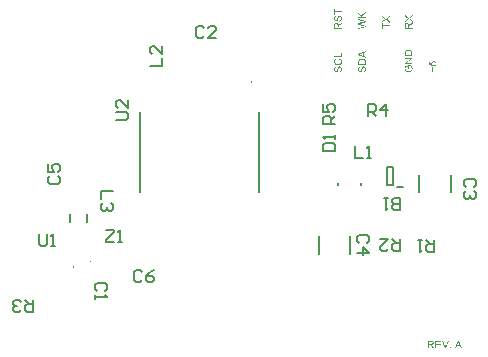
<source format=gbr>
G04*
G04 #@! TF.GenerationSoftware,Altium Limited,Altium Designer,25.8.1 (18)*
G04*
G04 Layer_Color=65535*
%FSLAX25Y25*%
%MOIN*%
G70*
G04*
G04 #@! TF.SameCoordinates,7B14AC28-D965-4A85-B311-1C3B9A759C65*
G04*
G04*
G04 #@! TF.FilePolarity,Positive*
G04*
G01*
G75*
%ADD10C,0.00394*%
%ADD11C,0.00787*%
%ADD12C,0.00600*%
G36*
X286536Y382500D02*
X286187D01*
X285195Y385057D01*
X285564D01*
X286228Y383198D01*
Y383195D01*
X286231Y383187D01*
X286237Y383176D01*
X286242Y383159D01*
X286248Y383140D01*
X286256Y383118D01*
X286264Y383093D01*
X286276Y383062D01*
X286295Y382999D01*
X286317Y382929D01*
X286339Y382855D01*
X286361Y382780D01*
Y382783D01*
X286364Y382788D01*
X286367Y382802D01*
X286372Y382816D01*
X286378Y382835D01*
X286384Y382857D01*
X286392Y382882D01*
X286400Y382910D01*
X286420Y382974D01*
X286444Y383046D01*
X286472Y383120D01*
X286500Y383198D01*
X287190Y385057D01*
X287533D01*
X286536Y382500D01*
D02*
G37*
G36*
X291935D02*
X291549D01*
X291253Y383273D01*
X290178D01*
X289901Y382500D01*
X289544D01*
X290522Y385057D01*
X290887D01*
X291935Y382500D01*
D02*
G37*
G36*
X288245D02*
X287888D01*
Y382857D01*
X288245D01*
Y382500D01*
D02*
G37*
G36*
X284932Y384755D02*
X283420D01*
Y383974D01*
X284835D01*
Y383672D01*
X283420D01*
Y382802D01*
X284990D01*
Y382500D01*
X283082D01*
Y385057D01*
X284932D01*
Y384755D01*
D02*
G37*
G36*
X281719Y385054D02*
X281749D01*
X281785Y385051D01*
X281827Y385048D01*
X281910Y385040D01*
X281996Y385026D01*
X282079Y385010D01*
X282115Y384998D01*
X282151Y384987D01*
X282154D01*
X282159Y384985D01*
X282168Y384979D01*
X282181Y384974D01*
X282215Y384957D01*
X282253Y384932D01*
X282300Y384899D01*
X282348Y384855D01*
X282395Y384805D01*
X282436Y384744D01*
Y384741D01*
X282442Y384735D01*
X282447Y384727D01*
X282453Y384713D01*
X282461Y384697D01*
X282470Y384677D01*
X282481Y384655D01*
X282492Y384630D01*
X282511Y384572D01*
X282528Y384508D01*
X282539Y384436D01*
X282544Y384359D01*
Y384356D01*
Y384348D01*
Y384331D01*
X282541Y384314D01*
X282539Y384289D01*
X282536Y384262D01*
X282530Y384231D01*
X282522Y384198D01*
X282500Y384126D01*
X282486Y384087D01*
X282470Y384048D01*
X282450Y384010D01*
X282425Y383971D01*
X282397Y383935D01*
X282367Y383899D01*
X282364Y383896D01*
X282359Y383891D01*
X282348Y383882D01*
X282334Y383868D01*
X282314Y383855D01*
X282292Y383838D01*
X282264Y383819D01*
X282231Y383799D01*
X282195Y383780D01*
X282156Y383760D01*
X282112Y383741D01*
X282062Y383722D01*
X282010Y383705D01*
X281951Y383688D01*
X281888Y383675D01*
X281821Y383663D01*
X281824D01*
X281827Y383661D01*
X281843Y383652D01*
X281868Y383639D01*
X281899Y383622D01*
X281932Y383602D01*
X281965Y383583D01*
X281999Y383558D01*
X282026Y383536D01*
X282029Y383533D01*
X282032Y383530D01*
X282040Y383522D01*
X282051Y383511D01*
X282065Y383497D01*
X282082Y383481D01*
X282118Y383442D01*
X282159Y383392D01*
X282206Y383334D01*
X282256Y383267D01*
X282306Y383195D01*
X282749Y382500D01*
X282325D01*
X281988Y383032D01*
X281985Y383035D01*
X281982Y383043D01*
X281974Y383054D01*
X281963Y383071D01*
X281951Y383090D01*
X281935Y383112D01*
X281902Y383162D01*
X281863Y383220D01*
X281824Y383278D01*
X281783Y383334D01*
X281744Y383384D01*
Y383386D01*
X281738Y383389D01*
X281727Y383403D01*
X281711Y383425D01*
X281686Y383450D01*
X281661Y383478D01*
X281630Y383506D01*
X281600Y383533D01*
X281572Y383553D01*
X281569Y383555D01*
X281558Y383561D01*
X281544Y383569D01*
X281525Y383580D01*
X281500Y383591D01*
X281475Y383602D01*
X281447Y383613D01*
X281417Y383622D01*
X281414D01*
X281406Y383625D01*
X281392Y383627D01*
X281373Y383630D01*
X281345D01*
X281312Y383633D01*
X281273Y383636D01*
X280838D01*
Y382500D01*
X280500D01*
Y385057D01*
X281688D01*
X281719Y385054D01*
D02*
G37*
G36*
X282650Y478226D02*
X282680Y478223D01*
X282713Y478217D01*
X282752Y478212D01*
X282796Y478203D01*
X282841Y478192D01*
X282891Y478179D01*
X282940Y478162D01*
X282990Y478143D01*
X283040Y478120D01*
X283093Y478093D01*
X283143Y478062D01*
X283190Y478026D01*
X283192Y478023D01*
X283204Y478015D01*
X283217Y478001D01*
X283237Y477982D01*
X283262Y477957D01*
X283287Y477926D01*
X283317Y477890D01*
X283345Y477849D01*
X283373Y477805D01*
X283403Y477755D01*
X283428Y477699D01*
X283450Y477638D01*
X283472Y477575D01*
X283486Y477505D01*
X283497Y477433D01*
X283500Y477356D01*
Y477323D01*
X283497Y477298D01*
X283494Y477267D01*
X283489Y477234D01*
X283483Y477195D01*
X283475Y477154D01*
X283467Y477109D01*
X283453Y477062D01*
X283436Y477015D01*
X283417Y476968D01*
X283395Y476921D01*
X283370Y476874D01*
X283339Y476830D01*
X283306Y476785D01*
X283303Y476783D01*
X283298Y476777D01*
X283287Y476766D01*
X283270Y476752D01*
X283251Y476733D01*
X283228Y476713D01*
X283201Y476694D01*
X283168Y476672D01*
X283134Y476650D01*
X283096Y476627D01*
X283051Y476608D01*
X283007Y476589D01*
X282957Y476569D01*
X282904Y476555D01*
X282846Y476544D01*
X282788Y476536D01*
X282763Y476866D01*
X282766D01*
X282774Y476868D01*
X282785Y476871D01*
X282802Y476874D01*
X282821Y476877D01*
X282846Y476885D01*
X282899Y476899D01*
X282957Y476921D01*
X283018Y476952D01*
X283073Y476988D01*
X283098Y477010D01*
X283123Y477032D01*
Y477035D01*
X283129Y477037D01*
X283134Y477046D01*
X283143Y477057D01*
X283162Y477084D01*
X283181Y477123D01*
X283204Y477170D01*
X283223Y477226D01*
X283237Y477287D01*
X283240Y477320D01*
X283242Y477356D01*
Y477378D01*
X283240Y477395D01*
X283237Y477414D01*
X283234Y477436D01*
X283220Y477489D01*
X283201Y477550D01*
X283187Y477580D01*
X283170Y477613D01*
X283151Y477647D01*
X283129Y477677D01*
X283104Y477708D01*
X283073Y477738D01*
X283071Y477741D01*
X283065Y477744D01*
X283057Y477752D01*
X283043Y477763D01*
X283024Y477774D01*
X283004Y477788D01*
X282979Y477802D01*
X282951Y477818D01*
X282921Y477832D01*
X282888Y477846D01*
X282849Y477860D01*
X282810Y477871D01*
X282766Y477882D01*
X282719Y477890D01*
X282672Y477893D01*
X282619Y477896D01*
X282616D01*
X282608D01*
X282594D01*
X282575Y477893D01*
X282553Y477890D01*
X282525Y477888D01*
X282497Y477882D01*
X282464Y477877D01*
X282398Y477860D01*
X282326Y477832D01*
X282292Y477816D01*
X282259Y477794D01*
X282226Y477771D01*
X282195Y477744D01*
X282192Y477741D01*
X282190Y477738D01*
X282182Y477727D01*
X282170Y477716D01*
X282159Y477702D01*
X282145Y477683D01*
X282132Y477663D01*
X282115Y477638D01*
X282101Y477611D01*
X282087Y477583D01*
X282062Y477514D01*
X282051Y477478D01*
X282043Y477436D01*
X282040Y477395D01*
X282037Y477350D01*
Y477325D01*
X282040Y477295D01*
X282046Y477259D01*
X282054Y477215D01*
X282068Y477168D01*
X282084Y477120D01*
X282109Y477073D01*
X282112Y477068D01*
X282120Y477054D01*
X282137Y477032D01*
X282156Y477004D01*
X282184Y476976D01*
X282215Y476943D01*
X282251Y476913D01*
X282290Y476885D01*
X282248Y476591D01*
X280935Y476838D01*
Y478109D01*
X281234D01*
Y477087D01*
X281921Y476952D01*
X281918Y476954D01*
X281913Y476963D01*
X281907Y476974D01*
X281896Y476990D01*
X281885Y477012D01*
X281871Y477037D01*
X281855Y477065D01*
X281841Y477098D01*
X281827Y477132D01*
X281810Y477170D01*
X281785Y477251D01*
X281774Y477295D01*
X281766Y477339D01*
X281763Y477386D01*
X281760Y477433D01*
Y477447D01*
X281763Y477467D01*
Y477489D01*
X281769Y477517D01*
X281771Y477550D01*
X281780Y477589D01*
X281788Y477627D01*
X281802Y477672D01*
X281816Y477716D01*
X281835Y477763D01*
X281857Y477810D01*
X281885Y477857D01*
X281915Y477904D01*
X281951Y477951D01*
X281993Y477996D01*
X281996Y477998D01*
X282004Y478007D01*
X282018Y478018D01*
X282035Y478032D01*
X282057Y478051D01*
X282087Y478070D01*
X282118Y478090D01*
X282154Y478112D01*
X282195Y478134D01*
X282242Y478154D01*
X282290Y478176D01*
X282345Y478192D01*
X282400Y478206D01*
X282461Y478217D01*
X282525Y478226D01*
X282591Y478228D01*
X282594D01*
X282608D01*
X282625D01*
X282650Y478226D01*
D02*
G37*
G36*
X282345Y475492D02*
X283046D01*
Y475195D01*
X282345D01*
Y474500D01*
X282051D01*
Y475195D01*
X281356D01*
Y475492D01*
X282051D01*
Y476187D01*
X282345D01*
Y475492D01*
D02*
G37*
G36*
X274242Y482051D02*
X274273D01*
X274306Y482048D01*
X274342Y482046D01*
X274423Y482037D01*
X274508Y482023D01*
X274597Y482007D01*
X274686Y481985D01*
X274688D01*
X274697Y481982D01*
X274708Y481976D01*
X274722Y481974D01*
X274741Y481965D01*
X274763Y481957D01*
X274816Y481937D01*
X274874Y481913D01*
X274938Y481882D01*
X274999Y481849D01*
X275057Y481810D01*
X275060D01*
X275062Y481805D01*
X275071Y481799D01*
X275082Y481791D01*
X275107Y481771D01*
X275140Y481741D01*
X275179Y481707D01*
X275218Y481669D01*
X275254Y481624D01*
X275290Y481577D01*
Y481575D01*
X275292Y481572D01*
X275303Y481555D01*
X275317Y481528D01*
X275337Y481492D01*
X275356Y481447D01*
X275378Y481394D01*
X275397Y481334D01*
X275417Y481270D01*
Y481267D01*
X275420Y481262D01*
Y481253D01*
X275422Y481239D01*
X275425Y481223D01*
X275431Y481201D01*
X275433Y481179D01*
X275436Y481153D01*
X275445Y481093D01*
X275453Y481023D01*
X275456Y480946D01*
X275458Y480863D01*
Y479940D01*
X272902D01*
Y480893D01*
X272904Y480921D01*
Y480954D01*
X272907Y480987D01*
X272910Y481062D01*
X272918Y481137D01*
X272927Y481212D01*
X272935Y481245D01*
X272940Y481275D01*
Y481278D01*
X272943Y481286D01*
X272946Y481298D01*
X272952Y481311D01*
X272957Y481331D01*
X272963Y481353D01*
X272982Y481406D01*
X273007Y481464D01*
X273038Y481525D01*
X273076Y481588D01*
X273123Y481649D01*
X273126Y481652D01*
X273132Y481658D01*
X273140Y481669D01*
X273154Y481683D01*
X273170Y481699D01*
X273193Y481719D01*
X273215Y481741D01*
X273242Y481763D01*
X273273Y481788D01*
X273306Y481813D01*
X273342Y481838D01*
X273381Y481863D01*
X273467Y481910D01*
X273561Y481951D01*
X273564D01*
X273572Y481957D01*
X273589Y481960D01*
X273608Y481968D01*
X273633Y481976D01*
X273663Y481985D01*
X273697Y481993D01*
X273735Y482004D01*
X273780Y482012D01*
X273827Y482021D01*
X273877Y482029D01*
X273929Y482037D01*
X273985Y482046D01*
X274043Y482048D01*
X274168Y482054D01*
X274170D01*
X274182D01*
X274195D01*
X274218D01*
X274242Y482051D01*
D02*
G37*
G36*
X275458Y479023D02*
X273453Y477683D01*
X275458D01*
Y477359D01*
X272902D01*
Y477705D01*
X274910Y479048D01*
X272902D01*
Y479372D01*
X275458D01*
Y479023D01*
D02*
G37*
G36*
X275107Y476860D02*
X275112Y476852D01*
X275123Y476838D01*
X275137Y476819D01*
X275154Y476796D01*
X275170Y476769D01*
X275192Y476738D01*
X275215Y476705D01*
X275237Y476669D01*
X275262Y476627D01*
X275312Y476542D01*
X275359Y476447D01*
X275400Y476348D01*
Y476345D01*
X275406Y476336D01*
X275409Y476323D01*
X275417Y476300D01*
X275422Y476278D01*
X275431Y476248D01*
X275442Y476217D01*
X275450Y476181D01*
X275458Y476140D01*
X275469Y476098D01*
X275483Y476007D01*
X275495Y475907D01*
X275500Y475805D01*
Y475769D01*
X275497Y475741D01*
X275495Y475708D01*
X275492Y475669D01*
X275486Y475625D01*
X275481Y475577D01*
X275472Y475528D01*
X275461Y475472D01*
X275447Y475417D01*
X275431Y475356D01*
X275414Y475298D01*
X275392Y475240D01*
X275367Y475179D01*
X275339Y475120D01*
X275337Y475118D01*
X275331Y475107D01*
X275323Y475090D01*
X275309Y475071D01*
X275292Y475046D01*
X275273Y475015D01*
X275248Y474982D01*
X275220Y474946D01*
X275190Y474910D01*
X275154Y474871D01*
X275118Y474832D01*
X275076Y474794D01*
X275029Y474758D01*
X274982Y474722D01*
X274929Y474686D01*
X274874Y474655D01*
X274871Y474652D01*
X274860Y474650D01*
X274844Y474641D01*
X274821Y474630D01*
X274791Y474619D01*
X274758Y474605D01*
X274719Y474591D01*
X274675Y474578D01*
X274627Y474564D01*
X274575Y474550D01*
X274517Y474536D01*
X274459Y474525D01*
X274395Y474514D01*
X274331Y474506D01*
X274262Y474503D01*
X274193Y474500D01*
X274187D01*
X274176D01*
X274157D01*
X274129Y474503D01*
X274096Y474506D01*
X274057Y474508D01*
X274012Y474514D01*
X273965Y474519D01*
X273913Y474528D01*
X273857Y474539D01*
X273741Y474567D01*
X273680Y474583D01*
X273619Y474605D01*
X273558Y474627D01*
X273497Y474655D01*
X273495Y474658D01*
X273483Y474663D01*
X273467Y474672D01*
X273445Y474683D01*
X273417Y474699D01*
X273387Y474719D01*
X273353Y474744D01*
X273314Y474769D01*
X273276Y474799D01*
X273237Y474832D01*
X273198Y474868D01*
X273157Y474910D01*
X273118Y474952D01*
X273082Y474999D01*
X273046Y475048D01*
X273015Y475101D01*
X273012Y475104D01*
X273010Y475115D01*
X273002Y475132D01*
X272990Y475154D01*
X272979Y475181D01*
X272966Y475215D01*
X272952Y475253D01*
X272935Y475295D01*
X272921Y475342D01*
X272907Y475395D01*
X272893Y475450D01*
X272882Y475511D01*
X272871Y475572D01*
X272863Y475638D01*
X272860Y475708D01*
X272857Y475777D01*
Y475824D01*
X272860Y475849D01*
X272863Y475877D01*
X272866Y475907D01*
X272868Y475943D01*
X272880Y476021D01*
X272896Y476107D01*
X272918Y476193D01*
X272949Y476278D01*
Y476281D01*
X272952Y476289D01*
X272957Y476300D01*
X272966Y476314D01*
X272974Y476334D01*
X272985Y476356D01*
X273012Y476406D01*
X273048Y476464D01*
X273090Y476522D01*
X273140Y476578D01*
X273198Y476630D01*
X273201Y476633D01*
X273206Y476636D01*
X273215Y476641D01*
X273226Y476652D01*
X273242Y476661D01*
X273262Y476674D01*
X273284Y476688D01*
X273312Y476702D01*
X273339Y476719D01*
X273370Y476733D01*
X273406Y476749D01*
X273442Y476766D01*
X273525Y476796D01*
X273616Y476824D01*
X273699Y476517D01*
X273697D01*
X273691Y476514D01*
X273680Y476511D01*
X273666Y476506D01*
X273652Y476500D01*
X273633Y476494D01*
X273589Y476478D01*
X273539Y476456D01*
X273489Y476431D01*
X273439Y476403D01*
X273395Y476372D01*
X273389Y476370D01*
X273375Y476356D01*
X273356Y476336D01*
X273328Y476312D01*
X273301Y476276D01*
X273270Y476234D01*
X273242Y476184D01*
X273215Y476129D01*
Y476126D01*
X273212Y476120D01*
X273209Y476112D01*
X273204Y476101D01*
X273198Y476087D01*
X273193Y476068D01*
X273179Y476026D01*
X273168Y475974D01*
X273157Y475915D01*
X273148Y475849D01*
X273146Y475780D01*
Y475741D01*
X273148Y475722D01*
Y475697D01*
X273151Y475672D01*
X273154Y475641D01*
X273162Y475580D01*
X273176Y475511D01*
X273193Y475445D01*
X273218Y475378D01*
Y475375D01*
X273220Y475370D01*
X273226Y475361D01*
X273231Y475350D01*
X273245Y475320D01*
X273267Y475281D01*
X273295Y475237D01*
X273328Y475192D01*
X273364Y475145D01*
X273406Y475104D01*
X273411Y475098D01*
X273425Y475087D01*
X273450Y475068D01*
X273481Y475046D01*
X273517Y475021D01*
X273561Y474993D01*
X273608Y474968D01*
X273658Y474946D01*
X273661D01*
X273669Y474943D01*
X273680Y474938D01*
X273699Y474932D01*
X273722Y474924D01*
X273747Y474916D01*
X273777Y474907D01*
X273810Y474899D01*
X273846Y474888D01*
X273888Y474880D01*
X273974Y474866D01*
X274071Y474855D01*
X274173Y474849D01*
X274176D01*
X274187D01*
X274206D01*
X274229Y474852D01*
X274259D01*
X274292Y474855D01*
X274331Y474860D01*
X274373Y474863D01*
X274464Y474877D01*
X274558Y474899D01*
X274655Y474927D01*
X274747Y474965D01*
X274749Y474968D01*
X274758Y474971D01*
X274769Y474976D01*
X274785Y474988D01*
X274802Y474999D01*
X274824Y475015D01*
X274874Y475051D01*
X274929Y475101D01*
X274988Y475159D01*
X275040Y475226D01*
X275065Y475265D01*
X275087Y475306D01*
Y475309D01*
X275093Y475317D01*
X275098Y475328D01*
X275104Y475345D01*
X275112Y475367D01*
X275123Y475392D01*
X275132Y475420D01*
X275143Y475450D01*
X275154Y475483D01*
X275162Y475522D01*
X275181Y475602D01*
X275192Y475691D01*
X275198Y475785D01*
Y475807D01*
X275195Y475824D01*
Y475843D01*
X275192Y475866D01*
X275190Y475890D01*
X275187Y475921D01*
X275179Y475985D01*
X275162Y476057D01*
X275143Y476134D01*
X275115Y476212D01*
Y476215D01*
X275112Y476220D01*
X275107Y476231D01*
X275101Y476248D01*
X275093Y476264D01*
X275082Y476284D01*
X275060Y476331D01*
X275032Y476384D01*
X275001Y476436D01*
X274971Y476486D01*
X274935Y476530D01*
X274456D01*
Y475780D01*
X274154D01*
Y476863D01*
X275104D01*
X275107Y476860D01*
D02*
G37*
G36*
X259958Y481300D02*
X259186Y481004D01*
Y479929D01*
X259958Y479652D01*
Y479295D01*
X257402Y480273D01*
Y480638D01*
X259958Y481685D01*
Y481300D01*
D02*
G37*
G36*
X258742Y479104D02*
X258773D01*
X258806Y479101D01*
X258842Y479098D01*
X258922Y479090D01*
X259008Y479076D01*
X259097Y479059D01*
X259186Y479037D01*
X259188D01*
X259197Y479035D01*
X259208Y479029D01*
X259222Y479026D01*
X259241Y479018D01*
X259263Y479010D01*
X259316Y478990D01*
X259374Y478965D01*
X259438Y478935D01*
X259499Y478901D01*
X259557Y478863D01*
X259559D01*
X259562Y478857D01*
X259571Y478852D01*
X259582Y478843D01*
X259607Y478824D01*
X259640Y478793D01*
X259679Y478760D01*
X259717Y478722D01*
X259753Y478677D01*
X259789Y478630D01*
Y478627D01*
X259792Y478624D01*
X259803Y478608D01*
X259817Y478580D01*
X259837Y478544D01*
X259856Y478500D01*
X259878Y478447D01*
X259897Y478386D01*
X259917Y478323D01*
Y478320D01*
X259920Y478314D01*
Y478306D01*
X259922Y478292D01*
X259925Y478275D01*
X259931Y478253D01*
X259933Y478231D01*
X259936Y478206D01*
X259945Y478145D01*
X259953Y478076D01*
X259956Y477998D01*
X259958Y477915D01*
Y476993D01*
X257402D01*
Y477946D01*
X257404Y477974D01*
Y478007D01*
X257407Y478040D01*
X257410Y478115D01*
X257418Y478190D01*
X257427Y478264D01*
X257435Y478298D01*
X257440Y478328D01*
Y478331D01*
X257443Y478339D01*
X257446Y478350D01*
X257452Y478364D01*
X257457Y478383D01*
X257463Y478406D01*
X257482Y478458D01*
X257507Y478516D01*
X257537Y478577D01*
X257576Y478641D01*
X257623Y478702D01*
X257626Y478705D01*
X257632Y478710D01*
X257640Y478722D01*
X257654Y478735D01*
X257670Y478752D01*
X257693Y478771D01*
X257715Y478793D01*
X257742Y478816D01*
X257773Y478841D01*
X257806Y478865D01*
X257842Y478890D01*
X257881Y478915D01*
X257967Y478963D01*
X258061Y479004D01*
X258064D01*
X258072Y479010D01*
X258089Y479012D01*
X258108Y479021D01*
X258133Y479029D01*
X258163Y479037D01*
X258197Y479046D01*
X258236Y479057D01*
X258280Y479065D01*
X258327Y479073D01*
X258377Y479082D01*
X258429Y479090D01*
X258485Y479098D01*
X258543Y479101D01*
X258668Y479107D01*
X258670D01*
X258682D01*
X258695D01*
X258717D01*
X258742Y479104D01*
D02*
G37*
G36*
X259272Y476530D02*
X259291D01*
X259310Y476528D01*
X259363Y476519D01*
X259421Y476506D01*
X259485Y476483D01*
X259551Y476453D01*
X259587Y476436D01*
X259620Y476414D01*
X259623D01*
X259629Y476408D01*
X259637Y476403D01*
X259651Y476392D01*
X259681Y476367D01*
X259723Y476328D01*
X259767Y476281D01*
X259814Y476223D01*
X259859Y476157D01*
X259900Y476079D01*
Y476076D01*
X259906Y476068D01*
X259909Y476057D01*
X259917Y476040D01*
X259922Y476021D01*
X259931Y475996D01*
X259942Y475968D01*
X259950Y475935D01*
X259958Y475902D01*
X259969Y475863D01*
X259983Y475780D01*
X259994Y475688D01*
X260000Y475589D01*
Y475555D01*
X259997Y475530D01*
Y475500D01*
X259994Y475467D01*
X259992Y475428D01*
X259986Y475384D01*
X259975Y475292D01*
X259958Y475195D01*
X259933Y475098D01*
X259900Y475004D01*
Y475001D01*
X259895Y474993D01*
X259889Y474982D01*
X259881Y474965D01*
X259870Y474946D01*
X259859Y474924D01*
X259825Y474871D01*
X259784Y474813D01*
X259731Y474752D01*
X259670Y474691D01*
X259598Y474639D01*
X259596Y474636D01*
X259590Y474633D01*
X259579Y474627D01*
X259562Y474619D01*
X259543Y474608D01*
X259521Y474597D01*
X259493Y474583D01*
X259463Y474572D01*
X259432Y474558D01*
X259396Y474547D01*
X259316Y474525D01*
X259230Y474508D01*
X259183Y474503D01*
X259136Y474500D01*
X259108Y474819D01*
X259111D01*
X259116D01*
X259127Y474821D01*
X259141Y474824D01*
X259158Y474827D01*
X259174Y474830D01*
X259222Y474841D01*
X259272Y474855D01*
X259324Y474871D01*
X259377Y474893D01*
X259427Y474921D01*
X259432Y474924D01*
X259446Y474938D01*
X259468Y474957D01*
X259496Y474985D01*
X259529Y475021D01*
X259559Y475065D01*
X259593Y475118D01*
X259623Y475179D01*
Y475181D01*
X259626Y475187D01*
X259629Y475195D01*
X259634Y475209D01*
X259640Y475226D01*
X259648Y475245D01*
X259654Y475267D01*
X259659Y475292D01*
X259673Y475350D01*
X259687Y475420D01*
X259695Y475492D01*
X259698Y475572D01*
Y475605D01*
X259695Y475622D01*
Y475641D01*
X259690Y475686D01*
X259684Y475738D01*
X259676Y475796D01*
X259662Y475854D01*
X259643Y475910D01*
Y475913D01*
X259640Y475915D01*
X259637Y475924D01*
X259632Y475935D01*
X259618Y475960D01*
X259601Y475993D01*
X259579Y476029D01*
X259551Y476068D01*
X259521Y476101D01*
X259485Y476131D01*
X259479Y476134D01*
X259468Y476143D01*
X259446Y476157D01*
X259418Y476170D01*
X259385Y476181D01*
X259349Y476195D01*
X259308Y476203D01*
X259266Y476206D01*
X259263D01*
X259260D01*
X259246D01*
X259222Y476203D01*
X259194Y476198D01*
X259161Y476190D01*
X259125Y476176D01*
X259089Y476159D01*
X259055Y476134D01*
X259053Y476131D01*
X259042Y476120D01*
X259025Y476104D01*
X259003Y476079D01*
X258981Y476048D01*
X258956Y476007D01*
X258931Y475960D01*
X258906Y475904D01*
X258903Y475899D01*
X258900Y475893D01*
X258897Y475882D01*
X258895Y475871D01*
X258889Y475854D01*
X258881Y475832D01*
X258875Y475810D01*
X258867Y475780D01*
X258856Y475749D01*
X258848Y475710D01*
X258837Y475669D01*
X258823Y475622D01*
X258812Y475572D01*
X258795Y475514D01*
X258781Y475450D01*
Y475447D01*
X258778Y475436D01*
X258773Y475417D01*
X258767Y475395D01*
X258759Y475364D01*
X258751Y475331D01*
X258740Y475298D01*
X258729Y475259D01*
X258704Y475176D01*
X258676Y475096D01*
X258662Y475057D01*
X258648Y475021D01*
X258634Y474988D01*
X258621Y474960D01*
Y474957D01*
X258615Y474952D01*
X258609Y474943D01*
X258604Y474929D01*
X258584Y474896D01*
X258557Y474857D01*
X258521Y474810D01*
X258482Y474766D01*
X258435Y474722D01*
X258385Y474686D01*
X258382D01*
X258380Y474683D01*
X258371Y474677D01*
X258360Y474672D01*
X258330Y474658D01*
X258291Y474641D01*
X258244Y474625D01*
X258188Y474611D01*
X258127Y474600D01*
X258064Y474597D01*
X258061D01*
X258055D01*
X258044D01*
X258031Y474600D01*
X258014D01*
X257995Y474603D01*
X257945Y474611D01*
X257889Y474625D01*
X257831Y474641D01*
X257767Y474669D01*
X257704Y474705D01*
X257701D01*
X257695Y474711D01*
X257687Y474716D01*
X257676Y474724D01*
X257646Y474752D01*
X257607Y474788D01*
X257565Y474832D01*
X257524Y474888D01*
X257482Y474952D01*
X257446Y475026D01*
Y475029D01*
X257443Y475035D01*
X257438Y475048D01*
X257432Y475062D01*
X257427Y475082D01*
X257418Y475107D01*
X257410Y475134D01*
X257402Y475165D01*
X257393Y475198D01*
X257385Y475234D01*
X257371Y475312D01*
X257360Y475400D01*
X257357Y475494D01*
Y475541D01*
X257360Y475566D01*
X257363Y475597D01*
X257366Y475627D01*
X257368Y475663D01*
X257380Y475741D01*
X257396Y475827D01*
X257421Y475913D01*
X257452Y475996D01*
Y475999D01*
X257457Y476004D01*
X257460Y476018D01*
X257468Y476032D01*
X257479Y476048D01*
X257490Y476071D01*
X257518Y476118D01*
X257557Y476173D01*
X257604Y476229D01*
X257657Y476281D01*
X257720Y476328D01*
X257723Y476331D01*
X257729Y476334D01*
X257737Y476339D01*
X257751Y476348D01*
X257767Y476356D01*
X257787Y476367D01*
X257812Y476375D01*
X257837Y476389D01*
X257895Y476411D01*
X257964Y476431D01*
X258039Y476447D01*
X258122Y476456D01*
X258147Y476131D01*
X258144D01*
X258136Y476129D01*
X258125D01*
X258108Y476126D01*
X258086Y476120D01*
X258064Y476115D01*
X258011Y476098D01*
X257953Y476076D01*
X257892Y476043D01*
X257834Y476004D01*
X257809Y475979D01*
X257784Y475951D01*
X257781Y475949D01*
X257778Y475946D01*
X257773Y475935D01*
X257765Y475924D01*
X257756Y475907D01*
X257745Y475888D01*
X257734Y475866D01*
X257720Y475841D01*
X257709Y475810D01*
X257698Y475777D01*
X257687Y475741D01*
X257679Y475702D01*
X257670Y475658D01*
X257665Y475611D01*
X257659Y475561D01*
Y475481D01*
X257662Y475458D01*
Y475433D01*
X257665Y475406D01*
X257668Y475373D01*
X257673Y475339D01*
X257687Y475265D01*
X257706Y475192D01*
X257734Y475123D01*
X257753Y475090D01*
X257773Y475062D01*
Y475060D01*
X257778Y475057D01*
X257792Y475040D01*
X257817Y475018D01*
X257851Y474993D01*
X257889Y474968D01*
X257936Y474946D01*
X257986Y474929D01*
X258014Y474927D01*
X258044Y474924D01*
X258047D01*
X258050D01*
X258067Y474927D01*
X258091Y474929D01*
X258122Y474935D01*
X258158Y474949D01*
X258197Y474965D01*
X258233Y474988D01*
X258269Y475021D01*
X258272Y475026D01*
X258277Y475032D01*
X258285Y475043D01*
X258294Y475057D01*
X258302Y475073D01*
X258313Y475096D01*
X258327Y475120D01*
X258341Y475151D01*
X258355Y475187D01*
X258368Y475229D01*
X258385Y475276D01*
X258402Y475331D01*
X258418Y475389D01*
X258438Y475456D01*
X258454Y475530D01*
Y475536D01*
X258457Y475550D01*
X258463Y475569D01*
X258471Y475597D01*
X258476Y475630D01*
X258488Y475669D01*
X258496Y475710D01*
X258510Y475755D01*
X258535Y475849D01*
X258560Y475943D01*
X258573Y475987D01*
X258587Y476026D01*
X258601Y476065D01*
X258615Y476095D01*
Y476098D01*
X258621Y476107D01*
X258626Y476118D01*
X258634Y476131D01*
X258643Y476151D01*
X258657Y476173D01*
X258687Y476220D01*
X258723Y476276D01*
X258767Y476328D01*
X258820Y476381D01*
X258848Y476403D01*
X258875Y476425D01*
X258878D01*
X258884Y476431D01*
X258892Y476436D01*
X258903Y476442D01*
X258917Y476450D01*
X258936Y476458D01*
X258981Y476481D01*
X259033Y476500D01*
X259094Y476517D01*
X259163Y476528D01*
X259238Y476533D01*
X259241D01*
X259246D01*
X259258D01*
X259272Y476530D01*
D02*
G37*
G36*
X251958Y479558D02*
X249402D01*
Y479896D01*
X251657D01*
Y481156D01*
X251958D01*
Y479558D01*
D02*
G37*
G36*
X251166Y479151D02*
X251186Y479145D01*
X251216Y479134D01*
X251249Y479123D01*
X251291Y479107D01*
X251335Y479090D01*
X251382Y479068D01*
X251435Y479043D01*
X251485Y479015D01*
X251540Y478985D01*
X251593Y478949D01*
X251643Y478910D01*
X251693Y478868D01*
X251740Y478821D01*
X251784Y478771D01*
X251787Y478769D01*
X251792Y478757D01*
X251803Y478744D01*
X251817Y478722D01*
X251834Y478697D01*
X251853Y478663D01*
X251873Y478627D01*
X251892Y478583D01*
X251911Y478536D01*
X251931Y478486D01*
X251950Y478431D01*
X251967Y478370D01*
X251981Y478306D01*
X251992Y478239D01*
X251997Y478170D01*
X252000Y478095D01*
Y478057D01*
X251997Y478026D01*
X251994Y477993D01*
X251992Y477951D01*
X251986Y477907D01*
X251978Y477857D01*
X251970Y477805D01*
X251958Y477749D01*
X251945Y477694D01*
X251931Y477638D01*
X251911Y477580D01*
X251889Y477525D01*
X251864Y477472D01*
X251834Y477422D01*
X251831Y477420D01*
X251825Y477411D01*
X251817Y477397D01*
X251803Y477381D01*
X251784Y477359D01*
X251765Y477334D01*
X251740Y477306D01*
X251709Y477276D01*
X251676Y477245D01*
X251640Y477212D01*
X251601Y477181D01*
X251557Y477148D01*
X251510Y477115D01*
X251460Y477084D01*
X251404Y477057D01*
X251346Y477029D01*
X251343Y477026D01*
X251332Y477024D01*
X251313Y477018D01*
X251291Y477010D01*
X251260Y476999D01*
X251227Y476988D01*
X251186Y476976D01*
X251141Y476963D01*
X251091Y476952D01*
X251039Y476938D01*
X250983Y476927D01*
X250922Y476918D01*
X250795Y476902D01*
X250729Y476899D01*
X250662Y476896D01*
X250657D01*
X250645D01*
X250623D01*
X250596Y476899D01*
X250560Y476902D01*
X250518Y476904D01*
X250474Y476910D01*
X250424Y476915D01*
X250371Y476924D01*
X250316Y476932D01*
X250197Y476960D01*
X250139Y476979D01*
X250080Y476999D01*
X250020Y477021D01*
X249964Y477048D01*
X249961Y477051D01*
X249950Y477057D01*
X249936Y477065D01*
X249914Y477076D01*
X249889Y477093D01*
X249862Y477112D01*
X249831Y477134D01*
X249795Y477159D01*
X249762Y477190D01*
X249723Y477220D01*
X249687Y477256D01*
X249648Y477295D01*
X249612Y477337D01*
X249576Y477381D01*
X249543Y477431D01*
X249513Y477481D01*
X249510Y477483D01*
X249507Y477494D01*
X249499Y477508D01*
X249488Y477530D01*
X249477Y477555D01*
X249463Y477589D01*
X249449Y477625D01*
X249435Y477663D01*
X249421Y477708D01*
X249407Y477758D01*
X249393Y477807D01*
X249382Y477863D01*
X249363Y477976D01*
X249360Y478037D01*
X249357Y478101D01*
Y478137D01*
X249360Y478165D01*
X249363Y478198D01*
X249369Y478237D01*
X249374Y478278D01*
X249382Y478325D01*
X249393Y478375D01*
X249405Y478428D01*
X249421Y478480D01*
X249441Y478536D01*
X249463Y478591D01*
X249490Y478644D01*
X249518Y478697D01*
X249554Y478746D01*
X249557Y478749D01*
X249562Y478757D01*
X249573Y478771D01*
X249590Y478788D01*
X249609Y478810D01*
X249634Y478835D01*
X249662Y478860D01*
X249695Y478890D01*
X249731Y478921D01*
X249773Y478951D01*
X249817Y478982D01*
X249867Y479010D01*
X249920Y479040D01*
X249978Y479065D01*
X250039Y479090D01*
X250103Y479112D01*
X250180Y478780D01*
X250177D01*
X250169Y478774D01*
X250152Y478771D01*
X250133Y478763D01*
X250111Y478755D01*
X250086Y478741D01*
X250025Y478713D01*
X249958Y478677D01*
X249889Y478630D01*
X249826Y478580D01*
X249798Y478550D01*
X249773Y478519D01*
X249770Y478516D01*
X249767Y478511D01*
X249762Y478503D01*
X249753Y478489D01*
X249743Y478472D01*
X249731Y478453D01*
X249720Y478431D01*
X249709Y478403D01*
X249698Y478372D01*
X249687Y478342D01*
X249665Y478270D01*
X249651Y478187D01*
X249645Y478143D01*
Y478068D01*
X249648Y478046D01*
X249651Y478021D01*
X249654Y477990D01*
X249657Y477957D01*
X249662Y477924D01*
X249681Y477843D01*
X249706Y477760D01*
X249723Y477719D01*
X249743Y477677D01*
X249765Y477638D01*
X249790Y477600D01*
X249792Y477597D01*
X249795Y477591D01*
X249803Y477580D01*
X249815Y477566D01*
X249828Y477553D01*
X249848Y477533D01*
X249867Y477514D01*
X249889Y477492D01*
X249917Y477469D01*
X249945Y477445D01*
X250008Y477400D01*
X250083Y477359D01*
X250169Y477323D01*
X250172D01*
X250180Y477320D01*
X250194Y477314D01*
X250211Y477312D01*
X250233Y477306D01*
X250258Y477298D01*
X250288Y477292D01*
X250319Y477284D01*
X250355Y477276D01*
X250393Y477270D01*
X250477Y477256D01*
X250565Y477248D01*
X250659Y477245D01*
X250662D01*
X250673D01*
X250690D01*
X250715Y477248D01*
X250742D01*
X250776Y477251D01*
X250812Y477253D01*
X250853Y477256D01*
X250898Y477262D01*
X250942Y477267D01*
X251039Y477284D01*
X251136Y477309D01*
X251230Y477339D01*
X251233D01*
X251241Y477345D01*
X251252Y477350D01*
X251269Y477356D01*
X251291Y477367D01*
X251313Y477381D01*
X251366Y477411D01*
X251427Y477453D01*
X251485Y477503D01*
X251543Y477564D01*
X251568Y477597D01*
X251593Y477633D01*
Y477636D01*
X251598Y477641D01*
X251604Y477652D01*
X251612Y477669D01*
X251621Y477688D01*
X251632Y477710D01*
X251640Y477735D01*
X251651Y477763D01*
X251673Y477827D01*
X251693Y477902D01*
X251706Y477982D01*
X251709Y478023D01*
X251712Y478068D01*
Y478095D01*
X251709Y478115D01*
X251706Y478140D01*
X251704Y478167D01*
X251698Y478201D01*
X251693Y478234D01*
X251673Y478311D01*
X251659Y478350D01*
X251643Y478392D01*
X251623Y478433D01*
X251601Y478472D01*
X251576Y478511D01*
X251549Y478550D01*
X251546Y478552D01*
X251540Y478558D01*
X251532Y478569D01*
X251518Y478583D01*
X251501Y478597D01*
X251479Y478616D01*
X251454Y478636D01*
X251427Y478658D01*
X251393Y478680D01*
X251357Y478702D01*
X251319Y478724D01*
X251274Y478746D01*
X251227Y478766D01*
X251174Y478785D01*
X251119Y478805D01*
X251061Y478818D01*
X251147Y479156D01*
X251152D01*
X251166Y479151D01*
D02*
G37*
G36*
X251272Y476530D02*
X251291D01*
X251310Y476528D01*
X251363Y476519D01*
X251421Y476506D01*
X251485Y476483D01*
X251551Y476453D01*
X251587Y476436D01*
X251621Y476414D01*
X251623D01*
X251629Y476408D01*
X251637Y476403D01*
X251651Y476392D01*
X251681Y476367D01*
X251723Y476328D01*
X251767Y476281D01*
X251814Y476223D01*
X251859Y476157D01*
X251900Y476079D01*
Y476076D01*
X251906Y476068D01*
X251909Y476057D01*
X251917Y476040D01*
X251922Y476021D01*
X251931Y475996D01*
X251942Y475968D01*
X251950Y475935D01*
X251958Y475902D01*
X251970Y475863D01*
X251983Y475780D01*
X251994Y475688D01*
X252000Y475589D01*
Y475555D01*
X251997Y475530D01*
Y475500D01*
X251994Y475467D01*
X251992Y475428D01*
X251986Y475384D01*
X251975Y475292D01*
X251958Y475195D01*
X251934Y475098D01*
X251900Y475004D01*
Y475001D01*
X251895Y474993D01*
X251889Y474982D01*
X251881Y474965D01*
X251870Y474946D01*
X251859Y474924D01*
X251825Y474871D01*
X251784Y474813D01*
X251731Y474752D01*
X251670Y474691D01*
X251598Y474639D01*
X251596Y474636D01*
X251590Y474633D01*
X251579Y474627D01*
X251562Y474619D01*
X251543Y474608D01*
X251521Y474597D01*
X251493Y474583D01*
X251463Y474572D01*
X251432Y474558D01*
X251396Y474547D01*
X251316Y474525D01*
X251230Y474508D01*
X251183Y474503D01*
X251136Y474500D01*
X251108Y474819D01*
X251111D01*
X251116D01*
X251127Y474821D01*
X251141Y474824D01*
X251158Y474827D01*
X251174Y474830D01*
X251222Y474841D01*
X251272Y474855D01*
X251324Y474871D01*
X251377Y474893D01*
X251427Y474921D01*
X251432Y474924D01*
X251446Y474938D01*
X251468Y474957D01*
X251496Y474985D01*
X251529Y475021D01*
X251560Y475065D01*
X251593Y475118D01*
X251623Y475179D01*
Y475181D01*
X251626Y475187D01*
X251629Y475195D01*
X251634Y475209D01*
X251640Y475226D01*
X251648Y475245D01*
X251654Y475267D01*
X251659Y475292D01*
X251673Y475350D01*
X251687Y475420D01*
X251695Y475492D01*
X251698Y475572D01*
Y475605D01*
X251695Y475622D01*
Y475641D01*
X251690Y475686D01*
X251684Y475738D01*
X251676Y475796D01*
X251662Y475854D01*
X251643Y475910D01*
Y475913D01*
X251640Y475915D01*
X251637Y475924D01*
X251632Y475935D01*
X251618Y475960D01*
X251601Y475993D01*
X251579Y476029D01*
X251551Y476068D01*
X251521Y476101D01*
X251485Y476131D01*
X251479Y476134D01*
X251468Y476143D01*
X251446Y476157D01*
X251418Y476170D01*
X251385Y476181D01*
X251349Y476195D01*
X251308Y476203D01*
X251266Y476206D01*
X251263D01*
X251260D01*
X251247D01*
X251222Y476203D01*
X251194Y476198D01*
X251161Y476190D01*
X251125Y476176D01*
X251089Y476159D01*
X251055Y476134D01*
X251053Y476131D01*
X251042Y476120D01*
X251025Y476104D01*
X251003Y476079D01*
X250981Y476048D01*
X250956Y476007D01*
X250931Y475960D01*
X250906Y475904D01*
X250903Y475899D01*
X250900Y475893D01*
X250898Y475882D01*
X250895Y475871D01*
X250889Y475854D01*
X250881Y475832D01*
X250875Y475810D01*
X250867Y475780D01*
X250856Y475749D01*
X250848Y475710D01*
X250837Y475669D01*
X250823Y475622D01*
X250812Y475572D01*
X250795Y475514D01*
X250781Y475450D01*
Y475447D01*
X250778Y475436D01*
X250773Y475417D01*
X250767Y475395D01*
X250759Y475364D01*
X250751Y475331D01*
X250740Y475298D01*
X250729Y475259D01*
X250704Y475176D01*
X250676Y475096D01*
X250662Y475057D01*
X250648Y475021D01*
X250634Y474988D01*
X250621Y474960D01*
Y474957D01*
X250615Y474952D01*
X250609Y474943D01*
X250604Y474929D01*
X250585Y474896D01*
X250557Y474857D01*
X250521Y474810D01*
X250482Y474766D01*
X250435Y474722D01*
X250385Y474686D01*
X250382D01*
X250380Y474683D01*
X250371Y474677D01*
X250360Y474672D01*
X250330Y474658D01*
X250291Y474641D01*
X250244Y474625D01*
X250188Y474611D01*
X250128Y474600D01*
X250064Y474597D01*
X250061D01*
X250056D01*
X250044D01*
X250030Y474600D01*
X250014D01*
X249994Y474603D01*
X249945Y474611D01*
X249889Y474625D01*
X249831Y474641D01*
X249767Y474669D01*
X249704Y474705D01*
X249701D01*
X249695Y474711D01*
X249687Y474716D01*
X249676Y474724D01*
X249645Y474752D01*
X249607Y474788D01*
X249565Y474832D01*
X249524Y474888D01*
X249482Y474952D01*
X249446Y475026D01*
Y475029D01*
X249443Y475035D01*
X249438Y475048D01*
X249432Y475062D01*
X249427Y475082D01*
X249418Y475107D01*
X249410Y475134D01*
X249402Y475165D01*
X249393Y475198D01*
X249385Y475234D01*
X249371Y475312D01*
X249360Y475400D01*
X249357Y475494D01*
Y475541D01*
X249360Y475566D01*
X249363Y475597D01*
X249366Y475627D01*
X249369Y475663D01*
X249380Y475741D01*
X249396Y475827D01*
X249421Y475913D01*
X249452Y475996D01*
Y475999D01*
X249457Y476004D01*
X249460Y476018D01*
X249468Y476032D01*
X249479Y476048D01*
X249490Y476071D01*
X249518Y476118D01*
X249557Y476173D01*
X249604Y476229D01*
X249657Y476281D01*
X249720Y476328D01*
X249723Y476331D01*
X249729Y476334D01*
X249737Y476339D01*
X249751Y476348D01*
X249767Y476356D01*
X249787Y476367D01*
X249812Y476375D01*
X249837Y476389D01*
X249895Y476411D01*
X249964Y476431D01*
X250039Y476447D01*
X250122Y476456D01*
X250147Y476131D01*
X250144D01*
X250136Y476129D01*
X250125D01*
X250108Y476126D01*
X250086Y476120D01*
X250064Y476115D01*
X250011Y476098D01*
X249953Y476076D01*
X249892Y476043D01*
X249834Y476004D01*
X249809Y475979D01*
X249784Y475951D01*
X249781Y475949D01*
X249779Y475946D01*
X249773Y475935D01*
X249765Y475924D01*
X249756Y475907D01*
X249745Y475888D01*
X249734Y475866D01*
X249720Y475841D01*
X249709Y475810D01*
X249698Y475777D01*
X249687Y475741D01*
X249679Y475702D01*
X249670Y475658D01*
X249665Y475611D01*
X249659Y475561D01*
Y475481D01*
X249662Y475458D01*
Y475433D01*
X249665Y475406D01*
X249668Y475373D01*
X249673Y475339D01*
X249687Y475265D01*
X249706Y475192D01*
X249734Y475123D01*
X249753Y475090D01*
X249773Y475062D01*
Y475060D01*
X249779Y475057D01*
X249792Y475040D01*
X249817Y475018D01*
X249851Y474993D01*
X249889Y474968D01*
X249936Y474946D01*
X249986Y474929D01*
X250014Y474927D01*
X250044Y474924D01*
X250047D01*
X250050D01*
X250066Y474927D01*
X250092Y474929D01*
X250122Y474935D01*
X250158Y474949D01*
X250197Y474965D01*
X250233Y474988D01*
X250269Y475021D01*
X250272Y475026D01*
X250277Y475032D01*
X250285Y475043D01*
X250294Y475057D01*
X250302Y475073D01*
X250313Y475096D01*
X250327Y475120D01*
X250341Y475151D01*
X250355Y475187D01*
X250368Y475229D01*
X250385Y475276D01*
X250402Y475331D01*
X250418Y475389D01*
X250438Y475456D01*
X250454Y475530D01*
Y475536D01*
X250457Y475550D01*
X250463Y475569D01*
X250471Y475597D01*
X250477Y475630D01*
X250488Y475669D01*
X250496Y475710D01*
X250510Y475755D01*
X250535Y475849D01*
X250560Y475943D01*
X250573Y475987D01*
X250587Y476026D01*
X250601Y476065D01*
X250615Y476095D01*
Y476098D01*
X250621Y476107D01*
X250626Y476118D01*
X250634Y476131D01*
X250643Y476151D01*
X250657Y476173D01*
X250687Y476220D01*
X250723Y476276D01*
X250767Y476328D01*
X250820Y476381D01*
X250848Y476403D01*
X250875Y476425D01*
X250878D01*
X250884Y476431D01*
X250892Y476436D01*
X250903Y476442D01*
X250917Y476450D01*
X250936Y476458D01*
X250981Y476481D01*
X251033Y476500D01*
X251094Y476517D01*
X251164Y476528D01*
X251238Y476533D01*
X251241D01*
X251247D01*
X251258D01*
X251272Y476530D01*
D02*
G37*
G36*
X275500Y493244D02*
X274589Y492595D01*
X274586Y492593D01*
X274575Y492587D01*
X274561Y492576D01*
X274539Y492562D01*
X274517Y492546D01*
X274492Y492529D01*
X274434Y492490D01*
X274436D01*
X274439Y492487D01*
X274456Y492476D01*
X274478Y492462D01*
X274506Y492443D01*
X274564Y492402D01*
X274591Y492385D01*
X274614Y492368D01*
X275500Y491720D01*
Y491313D01*
X274176Y492302D01*
X272943Y491429D01*
Y491831D01*
X273600Y492299D01*
X273603Y492302D01*
X273608Y492305D01*
X273619Y492313D01*
X273633Y492324D01*
X273650Y492335D01*
X273669Y492349D01*
X273713Y492379D01*
X273766Y492413D01*
X273816Y492446D01*
X273868Y492479D01*
X273913Y492504D01*
X273910D01*
X273907Y492507D01*
X273899Y492512D01*
X273888Y492521D01*
X273863Y492537D01*
X273827Y492562D01*
X273783Y492593D01*
X273733Y492626D01*
X273680Y492667D01*
X273625Y492709D01*
X272943Y493219D01*
Y493587D01*
X274159Y492698D01*
X275500Y493656D01*
Y493244D01*
D02*
G37*
G36*
Y490825D02*
X274968Y490487D01*
X274965Y490485D01*
X274957Y490482D01*
X274946Y490474D01*
X274929Y490463D01*
X274910Y490451D01*
X274888Y490435D01*
X274838Y490402D01*
X274780Y490363D01*
X274722Y490324D01*
X274666Y490282D01*
X274616Y490244D01*
X274614D01*
X274611Y490238D01*
X274597Y490227D01*
X274575Y490210D01*
X274550Y490186D01*
X274522Y490161D01*
X274495Y490130D01*
X274467Y490100D01*
X274447Y490072D01*
X274445Y490069D01*
X274439Y490058D01*
X274431Y490044D01*
X274420Y490025D01*
X274409Y490000D01*
X274397Y489975D01*
X274387Y489947D01*
X274378Y489917D01*
Y489914D01*
X274375Y489906D01*
X274373Y489892D01*
X274370Y489873D01*
Y489845D01*
X274367Y489812D01*
X274364Y489773D01*
Y489338D01*
X275500D01*
Y489000D01*
X272943D01*
Y490188D01*
X272946Y490219D01*
Y490249D01*
X272949Y490285D01*
X272952Y490327D01*
X272960Y490410D01*
X272974Y490496D01*
X272990Y490579D01*
X273002Y490615D01*
X273012Y490651D01*
Y490654D01*
X273015Y490659D01*
X273021Y490667D01*
X273026Y490681D01*
X273043Y490715D01*
X273068Y490753D01*
X273101Y490801D01*
X273146Y490848D01*
X273195Y490895D01*
X273256Y490936D01*
X273259D01*
X273265Y490942D01*
X273273Y490947D01*
X273287Y490953D01*
X273303Y490961D01*
X273323Y490970D01*
X273345Y490981D01*
X273370Y490992D01*
X273428Y491011D01*
X273492Y491028D01*
X273564Y491039D01*
X273641Y491044D01*
X273644D01*
X273652D01*
X273669D01*
X273686Y491042D01*
X273711Y491039D01*
X273738Y491036D01*
X273769Y491030D01*
X273802Y491022D01*
X273874Y491000D01*
X273913Y490986D01*
X273952Y490970D01*
X273990Y490950D01*
X274029Y490925D01*
X274065Y490898D01*
X274101Y490867D01*
X274104Y490864D01*
X274110Y490859D01*
X274118Y490848D01*
X274132Y490834D01*
X274146Y490814D01*
X274162Y490792D01*
X274182Y490765D01*
X274201Y490731D01*
X274220Y490695D01*
X274240Y490657D01*
X274259Y490612D01*
X274278Y490562D01*
X274295Y490510D01*
X274312Y490451D01*
X274325Y490388D01*
X274337Y490321D01*
Y490324D01*
X274339Y490327D01*
X274348Y490344D01*
X274361Y490368D01*
X274378Y490399D01*
X274397Y490432D01*
X274417Y490465D01*
X274442Y490499D01*
X274464Y490526D01*
X274467Y490529D01*
X274470Y490532D01*
X274478Y490540D01*
X274489Y490551D01*
X274503Y490565D01*
X274519Y490582D01*
X274558Y490618D01*
X274608Y490659D01*
X274666Y490706D01*
X274733Y490756D01*
X274805Y490806D01*
X275500Y491249D01*
Y490825D01*
D02*
G37*
G36*
X268000Y493041D02*
X267089Y492393D01*
X267086Y492390D01*
X267075Y492385D01*
X267061Y492374D01*
X267039Y492360D01*
X267017Y492343D01*
X266992Y492327D01*
X266933Y492288D01*
X266936D01*
X266939Y492285D01*
X266956Y492274D01*
X266978Y492260D01*
X267006Y492241D01*
X267064Y492199D01*
X267091Y492183D01*
X267114Y492166D01*
X268000Y491518D01*
Y491111D01*
X266676Y492100D01*
X265443Y491227D01*
Y491629D01*
X266100Y492097D01*
X266103Y492100D01*
X266108Y492102D01*
X266119Y492111D01*
X266133Y492122D01*
X266150Y492133D01*
X266169Y492147D01*
X266213Y492177D01*
X266266Y492210D01*
X266316Y492244D01*
X266369Y492277D01*
X266413Y492302D01*
X266410D01*
X266407Y492305D01*
X266399Y492310D01*
X266388Y492318D01*
X266363Y492335D01*
X266327Y492360D01*
X266283Y492390D01*
X266233Y492424D01*
X266180Y492465D01*
X266125Y492507D01*
X265443Y493016D01*
Y493385D01*
X266659Y492496D01*
X268000Y493454D01*
Y493041D01*
D02*
G37*
G36*
X265745Y490180D02*
X268000D01*
Y489842D01*
X265745D01*
Y489000D01*
X265443D01*
Y491022D01*
X265745D01*
Y490180D01*
D02*
G37*
G36*
X260000Y494252D02*
X258709Y493343D01*
X259114Y492925D01*
X260000D01*
Y492587D01*
X257443D01*
Y492925D01*
X258709D01*
X257443Y494194D01*
Y494654D01*
X258479Y493582D01*
X260000Y494701D01*
Y494252D01*
D02*
G37*
G36*
Y491587D02*
Y491258D01*
X258053Y490723D01*
X258050D01*
X258042Y490720D01*
X258031Y490717D01*
X258014Y490712D01*
X257995Y490706D01*
X257972Y490701D01*
X257923Y490687D01*
X257873Y490673D01*
X257823Y490659D01*
X257801Y490654D01*
X257781Y490648D01*
X257765Y490643D01*
X257753Y490640D01*
X257756D01*
X257762Y490637D01*
X257770D01*
X257784Y490631D01*
X257798Y490629D01*
X257817Y490626D01*
X257856Y490615D01*
X257903Y490604D01*
X257956Y490590D01*
X258006Y490576D01*
X258053Y490562D01*
X260000Y490025D01*
Y489673D01*
X257443Y489000D01*
Y489349D01*
X259122Y489734D01*
X259125D01*
X259133Y489737D01*
X259147Y489740D01*
X259166Y489745D01*
X259191Y489751D01*
X259219Y489756D01*
X259249Y489764D01*
X259285Y489773D01*
X259324Y489781D01*
X259366Y489789D01*
X259452Y489806D01*
X259546Y489825D01*
X259643Y489842D01*
X259637D01*
X259626Y489848D01*
X259604Y489850D01*
X259579Y489859D01*
X259546Y489864D01*
X259510Y489873D01*
X259471Y489884D01*
X259432Y489892D01*
X259349Y489914D01*
X259310Y489922D01*
X259272Y489933D01*
X259238Y489942D01*
X259210Y489947D01*
X259188Y489953D01*
X259172Y489958D01*
X257443Y490446D01*
Y490853D01*
X258740Y491216D01*
X258745Y491219D01*
X258762Y491222D01*
X258787Y491230D01*
X258823Y491238D01*
X258864Y491249D01*
X258914Y491263D01*
X258969Y491277D01*
X259033Y491294D01*
X259100Y491310D01*
X259172Y491327D01*
X259246Y491343D01*
X259324Y491360D01*
X259482Y491391D01*
X259643Y491418D01*
X259640D01*
X259632Y491421D01*
X259618Y491424D01*
X259601Y491427D01*
X259576Y491432D01*
X259548Y491438D01*
X259518Y491446D01*
X259482Y491454D01*
X259443Y491463D01*
X259402Y491471D01*
X259355Y491482D01*
X259308Y491493D01*
X259202Y491518D01*
X259089Y491546D01*
X257443Y491947D01*
Y492288D01*
X260000Y491587D01*
D02*
G37*
G36*
X249704Y494944D02*
X251958D01*
Y494606D01*
X249704D01*
Y493764D01*
X249402D01*
Y495787D01*
X249704D01*
Y494944D01*
D02*
G37*
G36*
X251272Y493493D02*
X251291D01*
X251310Y493490D01*
X251363Y493482D01*
X251421Y493468D01*
X251485Y493446D01*
X251551Y493415D01*
X251587Y493399D01*
X251621Y493377D01*
X251623D01*
X251629Y493371D01*
X251637Y493365D01*
X251651Y493354D01*
X251681Y493329D01*
X251723Y493291D01*
X251767Y493244D01*
X251814Y493186D01*
X251859Y493119D01*
X251900Y493041D01*
Y493039D01*
X251906Y493030D01*
X251909Y493019D01*
X251917Y493003D01*
X251922Y492983D01*
X251931Y492958D01*
X251942Y492931D01*
X251950Y492897D01*
X251958Y492864D01*
X251970Y492825D01*
X251983Y492742D01*
X251994Y492651D01*
X252000Y492551D01*
Y492518D01*
X251997Y492493D01*
Y492462D01*
X251994Y492429D01*
X251992Y492390D01*
X251986Y492346D01*
X251975Y492255D01*
X251958Y492158D01*
X251934Y492061D01*
X251900Y491967D01*
Y491964D01*
X251895Y491956D01*
X251889Y491945D01*
X251881Y491928D01*
X251870Y491909D01*
X251859Y491886D01*
X251825Y491834D01*
X251784Y491776D01*
X251731Y491715D01*
X251670Y491654D01*
X251598Y491601D01*
X251596Y491598D01*
X251590Y491596D01*
X251579Y491590D01*
X251562Y491582D01*
X251543Y491571D01*
X251521Y491560D01*
X251493Y491546D01*
X251463Y491535D01*
X251432Y491521D01*
X251396Y491510D01*
X251316Y491488D01*
X251230Y491471D01*
X251183Y491465D01*
X251136Y491463D01*
X251108Y491781D01*
X251111D01*
X251116D01*
X251127Y491784D01*
X251141Y491787D01*
X251158Y491789D01*
X251174Y491792D01*
X251222Y491803D01*
X251272Y491817D01*
X251324Y491834D01*
X251377Y491856D01*
X251427Y491884D01*
X251432Y491886D01*
X251446Y491900D01*
X251468Y491920D01*
X251496Y491947D01*
X251529Y491983D01*
X251559Y492028D01*
X251593Y492080D01*
X251623Y492141D01*
Y492144D01*
X251626Y492149D01*
X251629Y492158D01*
X251634Y492172D01*
X251640Y492188D01*
X251648Y492208D01*
X251654Y492230D01*
X251659Y492255D01*
X251673Y492313D01*
X251687Y492382D01*
X251695Y492454D01*
X251698Y492534D01*
Y492568D01*
X251695Y492584D01*
Y492604D01*
X251690Y492648D01*
X251684Y492701D01*
X251676Y492759D01*
X251662Y492817D01*
X251643Y492872D01*
Y492875D01*
X251640Y492878D01*
X251637Y492886D01*
X251632Y492897D01*
X251618Y492922D01*
X251601Y492956D01*
X251579Y492992D01*
X251551Y493030D01*
X251521Y493064D01*
X251485Y493094D01*
X251479Y493097D01*
X251468Y493105D01*
X251446Y493119D01*
X251418Y493133D01*
X251385Y493144D01*
X251349Y493158D01*
X251308Y493166D01*
X251266Y493169D01*
X251263D01*
X251260D01*
X251247D01*
X251222Y493166D01*
X251194Y493160D01*
X251161Y493152D01*
X251125Y493138D01*
X251089Y493122D01*
X251055Y493097D01*
X251053Y493094D01*
X251042Y493083D01*
X251025Y493066D01*
X251003Y493041D01*
X250981Y493011D01*
X250956Y492969D01*
X250931Y492922D01*
X250906Y492867D01*
X250903Y492861D01*
X250900Y492856D01*
X250898Y492845D01*
X250895Y492834D01*
X250889Y492817D01*
X250881Y492795D01*
X250875Y492773D01*
X250867Y492742D01*
X250856Y492712D01*
X250848Y492673D01*
X250837Y492631D01*
X250823Y492584D01*
X250812Y492534D01*
X250795Y492476D01*
X250781Y492413D01*
Y492410D01*
X250778Y492399D01*
X250773Y492379D01*
X250767Y492357D01*
X250759Y492327D01*
X250751Y492294D01*
X250740Y492260D01*
X250729Y492221D01*
X250704Y492138D01*
X250676Y492058D01*
X250662Y492019D01*
X250648Y491983D01*
X250634Y491950D01*
X250621Y491922D01*
Y491920D01*
X250615Y491914D01*
X250609Y491906D01*
X250604Y491892D01*
X250585Y491859D01*
X250557Y491820D01*
X250521Y491773D01*
X250482Y491728D01*
X250435Y491684D01*
X250385Y491648D01*
X250382D01*
X250379Y491645D01*
X250371Y491640D01*
X250360Y491634D01*
X250330Y491620D01*
X250291Y491604D01*
X250244Y491587D01*
X250188Y491573D01*
X250128Y491562D01*
X250064Y491560D01*
X250061D01*
X250055D01*
X250044D01*
X250030Y491562D01*
X250014D01*
X249994Y491565D01*
X249945Y491573D01*
X249889Y491587D01*
X249831Y491604D01*
X249767Y491632D01*
X249704Y491668D01*
X249701D01*
X249695Y491673D01*
X249687Y491679D01*
X249676Y491687D01*
X249645Y491715D01*
X249607Y491751D01*
X249565Y491795D01*
X249524Y491850D01*
X249482Y491914D01*
X249446Y491989D01*
Y491992D01*
X249443Y491997D01*
X249438Y492011D01*
X249432Y492025D01*
X249427Y492044D01*
X249418Y492069D01*
X249410Y492097D01*
X249402Y492127D01*
X249393Y492161D01*
X249385Y492197D01*
X249371Y492274D01*
X249360Y492363D01*
X249357Y492457D01*
Y492504D01*
X249360Y492529D01*
X249363Y492559D01*
X249366Y492590D01*
X249369Y492626D01*
X249380Y492703D01*
X249396Y492789D01*
X249421Y492875D01*
X249452Y492958D01*
Y492961D01*
X249457Y492967D01*
X249460Y492980D01*
X249468Y492994D01*
X249479Y493011D01*
X249490Y493033D01*
X249518Y493080D01*
X249557Y493136D01*
X249604Y493191D01*
X249657Y493244D01*
X249720Y493291D01*
X249723Y493294D01*
X249729Y493296D01*
X249737Y493302D01*
X249751Y493310D01*
X249767Y493318D01*
X249787Y493329D01*
X249812Y493338D01*
X249837Y493352D01*
X249895Y493374D01*
X249964Y493393D01*
X250039Y493410D01*
X250122Y493418D01*
X250147Y493094D01*
X250144D01*
X250136Y493091D01*
X250125D01*
X250108Y493088D01*
X250086Y493083D01*
X250064Y493077D01*
X250011Y493061D01*
X249953Y493039D01*
X249892Y493005D01*
X249834Y492967D01*
X249809Y492942D01*
X249784Y492914D01*
X249781Y492911D01*
X249778Y492908D01*
X249773Y492897D01*
X249765Y492886D01*
X249756Y492870D01*
X249745Y492850D01*
X249734Y492828D01*
X249720Y492803D01*
X249709Y492773D01*
X249698Y492739D01*
X249687Y492703D01*
X249679Y492665D01*
X249670Y492620D01*
X249665Y492573D01*
X249659Y492523D01*
Y492443D01*
X249662Y492421D01*
Y492396D01*
X249665Y492368D01*
X249668Y492335D01*
X249673Y492302D01*
X249687Y492227D01*
X249706Y492155D01*
X249734Y492086D01*
X249753Y492053D01*
X249773Y492025D01*
Y492022D01*
X249778Y492019D01*
X249792Y492003D01*
X249817Y491981D01*
X249851Y491956D01*
X249889Y491931D01*
X249936Y491909D01*
X249986Y491892D01*
X250014Y491889D01*
X250044Y491886D01*
X250047D01*
X250050D01*
X250066Y491889D01*
X250091Y491892D01*
X250122Y491897D01*
X250158Y491911D01*
X250197Y491928D01*
X250233Y491950D01*
X250269Y491983D01*
X250272Y491989D01*
X250277Y491994D01*
X250285Y492005D01*
X250294Y492019D01*
X250302Y492036D01*
X250313Y492058D01*
X250327Y492083D01*
X250341Y492113D01*
X250355Y492149D01*
X250368Y492191D01*
X250385Y492238D01*
X250402Y492294D01*
X250418Y492352D01*
X250438Y492418D01*
X250454Y492493D01*
Y492498D01*
X250457Y492512D01*
X250463Y492532D01*
X250471Y492559D01*
X250477Y492593D01*
X250488Y492631D01*
X250496Y492673D01*
X250510Y492717D01*
X250535Y492811D01*
X250560Y492906D01*
X250573Y492950D01*
X250587Y492989D01*
X250601Y493028D01*
X250615Y493058D01*
Y493061D01*
X250621Y493069D01*
X250626Y493080D01*
X250634Y493094D01*
X250643Y493114D01*
X250657Y493136D01*
X250687Y493183D01*
X250723Y493238D01*
X250767Y493291D01*
X250820Y493343D01*
X250848Y493365D01*
X250875Y493388D01*
X250878D01*
X250884Y493393D01*
X250892Y493399D01*
X250903Y493404D01*
X250917Y493413D01*
X250936Y493421D01*
X250981Y493443D01*
X251033Y493463D01*
X251094Y493479D01*
X251163Y493490D01*
X251238Y493496D01*
X251241D01*
X251247D01*
X251258D01*
X251272Y493493D01*
D02*
G37*
G36*
X251958Y490825D02*
X251427Y490487D01*
X251424Y490485D01*
X251415Y490482D01*
X251404Y490474D01*
X251388Y490463D01*
X251368Y490451D01*
X251346Y490435D01*
X251296Y490402D01*
X251238Y490363D01*
X251180Y490324D01*
X251125Y490282D01*
X251075Y490244D01*
X251072D01*
X251069Y490238D01*
X251055Y490227D01*
X251033Y490210D01*
X251008Y490186D01*
X250981Y490161D01*
X250953Y490130D01*
X250925Y490100D01*
X250906Y490072D01*
X250903Y490069D01*
X250898Y490058D01*
X250889Y490044D01*
X250878Y490025D01*
X250867Y490000D01*
X250856Y489975D01*
X250845Y489947D01*
X250837Y489917D01*
Y489914D01*
X250834Y489906D01*
X250831Y489892D01*
X250828Y489873D01*
Y489845D01*
X250826Y489812D01*
X250823Y489773D01*
Y489338D01*
X251958D01*
Y489000D01*
X249402D01*
Y490188D01*
X249405Y490219D01*
Y490249D01*
X249407Y490285D01*
X249410Y490327D01*
X249418Y490410D01*
X249432Y490496D01*
X249449Y490579D01*
X249460Y490615D01*
X249471Y490651D01*
Y490654D01*
X249474Y490659D01*
X249479Y490667D01*
X249485Y490681D01*
X249501Y490715D01*
X249526Y490753D01*
X249560Y490801D01*
X249604Y490848D01*
X249654Y490895D01*
X249715Y490936D01*
X249717D01*
X249723Y490942D01*
X249731Y490947D01*
X249745Y490953D01*
X249762Y490961D01*
X249781Y490970D01*
X249803Y490981D01*
X249828Y490992D01*
X249886Y491011D01*
X249950Y491028D01*
X250022Y491039D01*
X250100Y491044D01*
X250102D01*
X250111D01*
X250128D01*
X250144Y491042D01*
X250169Y491039D01*
X250197Y491036D01*
X250227Y491030D01*
X250260Y491022D01*
X250332Y491000D01*
X250371Y490986D01*
X250410Y490970D01*
X250449Y490950D01*
X250488Y490925D01*
X250524Y490898D01*
X250560Y490867D01*
X250562Y490864D01*
X250568Y490859D01*
X250576Y490848D01*
X250590Y490834D01*
X250604Y490814D01*
X250621Y490792D01*
X250640Y490765D01*
X250659Y490731D01*
X250679Y490695D01*
X250698Y490657D01*
X250717Y490612D01*
X250737Y490562D01*
X250753Y490510D01*
X250770Y490451D01*
X250784Y490388D01*
X250795Y490321D01*
Y490324D01*
X250798Y490327D01*
X250806Y490344D01*
X250820Y490368D01*
X250837Y490399D01*
X250856Y490432D01*
X250875Y490465D01*
X250900Y490499D01*
X250922Y490526D01*
X250925Y490529D01*
X250928Y490532D01*
X250936Y490540D01*
X250947Y490551D01*
X250961Y490565D01*
X250978Y490582D01*
X251017Y490618D01*
X251066Y490659D01*
X251125Y490706D01*
X251191Y490756D01*
X251263Y490806D01*
X251958Y491249D01*
Y490825D01*
D02*
G37*
%LPC*%
G36*
X290696Y384791D02*
Y384788D01*
X290694Y384780D01*
X290691Y384766D01*
X290688Y384749D01*
X290683Y384724D01*
X290677Y384699D01*
X290669Y384669D01*
X290660Y384636D01*
X290652Y384600D01*
X290641Y384561D01*
X290616Y384478D01*
X290588Y384389D01*
X290558Y384298D01*
X290275Y383547D01*
X291148D01*
X290879Y384256D01*
Y384259D01*
X290874Y384270D01*
X290868Y384287D01*
X290860Y384312D01*
X290849Y384336D01*
X290838Y384370D01*
X290824Y384406D01*
X290810Y384444D01*
X290782Y384530D01*
X290752Y384619D01*
X290721Y384708D01*
X290696Y384791D01*
D02*
G37*
G36*
X281699Y384774D02*
X280838D01*
Y383929D01*
X281603D01*
X281622Y383932D01*
X281644D01*
X281697Y383935D01*
X281755Y383940D01*
X281816Y383949D01*
X281874Y383960D01*
X281926Y383976D01*
X281929D01*
X281932Y383979D01*
X281949Y383985D01*
X281971Y383996D01*
X282001Y384012D01*
X282032Y384035D01*
X282065Y384060D01*
X282098Y384093D01*
X282126Y384129D01*
X282129Y384134D01*
X282137Y384148D01*
X282148Y384168D01*
X282162Y384198D01*
X282173Y384231D01*
X282184Y384270D01*
X282192Y384314D01*
X282195Y384359D01*
Y384361D01*
Y384367D01*
Y384375D01*
X282192Y384389D01*
Y384403D01*
X282190Y384422D01*
X282179Y384464D01*
X282162Y384511D01*
X282140Y384561D01*
X282107Y384608D01*
X282084Y384633D01*
X282062Y384655D01*
X282060Y384658D01*
X282057Y384661D01*
X282048Y384666D01*
X282037Y384674D01*
X282024Y384683D01*
X282004Y384694D01*
X281985Y384705D01*
X281960Y384716D01*
X281932Y384727D01*
X281902Y384735D01*
X281868Y384747D01*
X281832Y384755D01*
X281791Y384763D01*
X281747Y384769D01*
X281699Y384774D01*
D02*
G37*
G36*
X274162Y481705D02*
X274157D01*
X274146D01*
X274123D01*
X274096Y481702D01*
X274062D01*
X274024Y481699D01*
X273982Y481694D01*
X273935Y481688D01*
X273835Y481671D01*
X273733Y481649D01*
X273636Y481616D01*
X273589Y481594D01*
X273547Y481572D01*
X273544Y481569D01*
X273539Y481566D01*
X273528Y481558D01*
X273511Y481547D01*
X273495Y481536D01*
X273475Y481519D01*
X273431Y481483D01*
X273381Y481436D01*
X273334Y481381D01*
X273289Y481320D01*
X273273Y481286D01*
X273256Y481250D01*
Y481248D01*
X273253Y481245D01*
X273251Y481237D01*
X273248Y481226D01*
X273245Y481209D01*
X273240Y481192D01*
X273234Y481170D01*
X273229Y481145D01*
X273226Y481117D01*
X273220Y481084D01*
X273215Y481048D01*
X273212Y481009D01*
X273209Y480965D01*
X273206Y480918D01*
X273204Y480868D01*
Y480278D01*
X275156D01*
Y480865D01*
X275154Y480888D01*
Y480913D01*
X275151Y480968D01*
X275145Y481032D01*
X275137Y481098D01*
X275126Y481162D01*
X275112Y481220D01*
Y481223D01*
X275109Y481226D01*
X275107Y481234D01*
X275104Y481245D01*
X275093Y481270D01*
X275079Y481303D01*
X275060Y481339D01*
X275037Y481378D01*
X275010Y481417D01*
X274979Y481450D01*
X274976Y481453D01*
X274974Y481456D01*
X274957Y481469D01*
X274929Y481492D01*
X274893Y481519D01*
X274846Y481547D01*
X274791Y481577D01*
X274727Y481608D01*
X274655Y481636D01*
X274652D01*
X274647Y481638D01*
X274636Y481641D01*
X274619Y481647D01*
X274600Y481652D01*
X274575Y481658D01*
X274547Y481663D01*
X274517Y481671D01*
X274483Y481677D01*
X274445Y481683D01*
X274406Y481688D01*
X274361Y481694D01*
X274267Y481702D01*
X274162Y481705D01*
D02*
G37*
G36*
X258911Y480899D02*
X258202Y480630D01*
X258200D01*
X258188Y480624D01*
X258172Y480619D01*
X258147Y480611D01*
X258122Y480599D01*
X258089Y480588D01*
X258053Y480575D01*
X258014Y480561D01*
X257928Y480533D01*
X257839Y480503D01*
X257751Y480472D01*
X257668Y480447D01*
X257670D01*
X257679Y480444D01*
X257693Y480442D01*
X257709Y480439D01*
X257734Y480433D01*
X257759Y480428D01*
X257789Y480419D01*
X257823Y480411D01*
X257859Y480403D01*
X257898Y480392D01*
X257981Y480367D01*
X258069Y480339D01*
X258161Y480309D01*
X258911Y480026D01*
Y480899D01*
D02*
G37*
G36*
X258662Y478757D02*
X258657D01*
X258645D01*
X258623D01*
X258596Y478755D01*
X258562D01*
X258524Y478752D01*
X258482Y478746D01*
X258435Y478741D01*
X258335Y478724D01*
X258233Y478702D01*
X258136Y478669D01*
X258089Y478647D01*
X258047Y478624D01*
X258044Y478622D01*
X258039Y478619D01*
X258028Y478611D01*
X258011Y478600D01*
X257995Y478588D01*
X257975Y478572D01*
X257931Y478536D01*
X257881Y478489D01*
X257834Y478433D01*
X257789Y478372D01*
X257773Y478339D01*
X257756Y478303D01*
Y478300D01*
X257753Y478298D01*
X257751Y478289D01*
X257748Y478278D01*
X257745Y478262D01*
X257740Y478245D01*
X257734Y478223D01*
X257729Y478198D01*
X257726Y478170D01*
X257720Y478137D01*
X257715Y478101D01*
X257712Y478062D01*
X257709Y478018D01*
X257706Y477971D01*
X257704Y477921D01*
Y477331D01*
X259657D01*
Y477918D01*
X259654Y477940D01*
Y477965D01*
X259651Y478021D01*
X259645Y478084D01*
X259637Y478151D01*
X259626Y478215D01*
X259612Y478273D01*
Y478275D01*
X259609Y478278D01*
X259607Y478287D01*
X259604Y478298D01*
X259593Y478323D01*
X259579Y478356D01*
X259559Y478392D01*
X259537Y478431D01*
X259510Y478469D01*
X259479Y478503D01*
X259476Y478505D01*
X259474Y478508D01*
X259457Y478522D01*
X259429Y478544D01*
X259393Y478572D01*
X259346Y478600D01*
X259291Y478630D01*
X259227Y478660D01*
X259155Y478688D01*
X259152D01*
X259147Y478691D01*
X259136Y478694D01*
X259119Y478699D01*
X259100Y478705D01*
X259075Y478710D01*
X259047Y478716D01*
X259017Y478724D01*
X258983Y478730D01*
X258945Y478735D01*
X258906Y478741D01*
X258861Y478746D01*
X258767Y478755D01*
X258662Y478757D01*
D02*
G37*
G36*
X273641Y490695D02*
X273639D01*
X273633D01*
X273625D01*
X273611Y490693D01*
X273597D01*
X273578Y490690D01*
X273536Y490679D01*
X273489Y490662D01*
X273439Y490640D01*
X273392Y490607D01*
X273367Y490584D01*
X273345Y490562D01*
X273342Y490559D01*
X273339Y490557D01*
X273334Y490548D01*
X273326Y490537D01*
X273317Y490523D01*
X273306Y490504D01*
X273295Y490485D01*
X273284Y490460D01*
X273273Y490432D01*
X273265Y490402D01*
X273253Y490368D01*
X273245Y490332D01*
X273237Y490291D01*
X273231Y490246D01*
X273226Y490199D01*
Y489338D01*
X274071D01*
Y490102D01*
X274068Y490122D01*
Y490144D01*
X274065Y490197D01*
X274060Y490255D01*
X274051Y490316D01*
X274040Y490374D01*
X274024Y490427D01*
Y490429D01*
X274021Y490432D01*
X274015Y490449D01*
X274004Y490471D01*
X273988Y490501D01*
X273965Y490532D01*
X273940Y490565D01*
X273907Y490598D01*
X273871Y490626D01*
X273866Y490629D01*
X273852Y490637D01*
X273833Y490648D01*
X273802Y490662D01*
X273769Y490673D01*
X273730Y490684D01*
X273686Y490693D01*
X273641Y490695D01*
D02*
G37*
G36*
X250100D02*
X250097D01*
X250091D01*
X250083D01*
X250069Y490693D01*
X250055D01*
X250036Y490690D01*
X249994Y490679D01*
X249947Y490662D01*
X249898Y490640D01*
X249851Y490607D01*
X249826Y490584D01*
X249803Y490562D01*
X249801Y490559D01*
X249798Y490557D01*
X249792Y490548D01*
X249784Y490537D01*
X249776Y490523D01*
X249765Y490504D01*
X249753Y490485D01*
X249742Y490460D01*
X249731Y490432D01*
X249723Y490402D01*
X249712Y490368D01*
X249704Y490332D01*
X249695Y490291D01*
X249690Y490246D01*
X249684Y490199D01*
Y489338D01*
X250529D01*
Y490102D01*
X250526Y490122D01*
Y490144D01*
X250524Y490197D01*
X250518Y490255D01*
X250510Y490316D01*
X250499Y490374D01*
X250482Y490427D01*
Y490429D01*
X250479Y490432D01*
X250474Y490449D01*
X250463Y490471D01*
X250446Y490501D01*
X250424Y490532D01*
X250399Y490565D01*
X250366Y490598D01*
X250330Y490626D01*
X250324Y490629D01*
X250310Y490637D01*
X250291Y490648D01*
X250260Y490662D01*
X250227Y490673D01*
X250188Y490684D01*
X250144Y490693D01*
X250100Y490695D01*
D02*
G37*
%LPD*%
D10*
X162425Y409457D02*
G03*
X162425Y409850I0J197D01*
G01*
D02*
G03*
X162425Y409457I0J-197D01*
G01*
X221823Y471622D02*
G03*
X221823Y471228I0J-197D01*
G01*
D02*
G03*
X221823Y471622I0J197D01*
G01*
X168276Y411630D02*
G03*
X167882Y411630I-197J0D01*
G01*
D02*
G03*
X168276Y411630I197J0D01*
G01*
D11*
X184618Y434614D02*
Y461386D01*
X224382Y434614D02*
Y461386D01*
X267016Y436850D02*
X268984D01*
X267016D02*
Y443150D01*
X268984D01*
Y436850D02*
Y443150D01*
X270362Y436457D02*
X272232D01*
X254716Y414051D02*
Y419957D01*
X244284Y414051D02*
Y419957D01*
X288216Y434543D02*
Y440449D01*
X277783Y434543D02*
Y440449D01*
X166835Y424819D02*
Y427181D01*
X161165Y424819D02*
Y427181D01*
X250524Y436835D02*
Y437622D01*
X258476Y436835D02*
Y437622D01*
D12*
X150834Y420499D02*
Y417167D01*
X151501Y416501D01*
X152833D01*
X153500Y417167D01*
Y420499D01*
X154833Y416501D02*
X156166D01*
X155499D01*
Y420499D01*
X154833Y419833D01*
X249499Y457168D02*
X245501D01*
Y459167D01*
X246167Y459834D01*
X247500D01*
X248166Y459167D01*
Y457168D01*
Y458501D02*
X249499Y459834D01*
X245501Y463832D02*
Y461166D01*
X247500D01*
X246834Y462499D01*
Y463166D01*
X247500Y463832D01*
X248833D01*
X249499Y463166D01*
Y461833D01*
X248833Y461166D01*
X282666Y418499D02*
Y414501D01*
X280666D01*
X280000Y415167D01*
Y416500D01*
X280666Y417166D01*
X282666D01*
X281333D02*
X280000Y418499D01*
X278667D02*
X277334D01*
X278001D01*
Y414501D01*
X278667Y415167D01*
X176501Y458668D02*
X179833D01*
X180499Y459334D01*
Y460667D01*
X179833Y461334D01*
X176501D01*
X180499Y465332D02*
Y462667D01*
X177833Y465332D01*
X177167D01*
X176501Y464666D01*
Y463333D01*
X177167Y462667D01*
X271166Y428501D02*
Y432499D01*
X269166D01*
X268500Y431833D01*
Y431166D01*
X269166Y430500D01*
X271166D01*
X269166D01*
X268500Y429834D01*
Y429167D01*
X269166Y428501D01*
X271166D01*
X267167Y432499D02*
X265834D01*
X266501D01*
Y428501D01*
X267167Y429167D01*
X148832Y398499D02*
Y394501D01*
X146833D01*
X146167Y395167D01*
Y396500D01*
X146833Y397166D01*
X148832D01*
X147499D02*
X146167Y398499D01*
X144834Y395167D02*
X144167Y394501D01*
X142834D01*
X142168Y395167D01*
Y395834D01*
X142834Y396500D01*
X143501D01*
X142834D01*
X142168Y397166D01*
Y397833D01*
X142834Y398499D01*
X144167D01*
X144834Y397833D01*
X260333Y417666D02*
X260999Y418333D01*
Y419666D01*
X260333Y420332D01*
X257667D01*
X257001Y419666D01*
Y418333D01*
X257667Y417666D01*
X257001Y414334D02*
X260999D01*
X259000Y416333D01*
Y413668D01*
X295833Y436166D02*
X296499Y436833D01*
Y438166D01*
X295833Y438832D01*
X293167D01*
X292501Y438166D01*
Y436833D01*
X293167Y436166D01*
X295833Y434833D02*
X296499Y434167D01*
Y432834D01*
X295833Y432168D01*
X295166D01*
X294500Y432834D01*
Y433501D01*
Y432834D01*
X293834Y432168D01*
X293167D01*
X292501Y432834D01*
Y434167D01*
X293167Y434833D01*
X173334Y421999D02*
X176000D01*
Y421333D01*
X173334Y418667D01*
Y418001D01*
X176000D01*
X177333D02*
X178666D01*
X177999D01*
Y421999D01*
X177333Y421333D01*
X172833Y401500D02*
X173499Y402166D01*
Y403499D01*
X172833Y404166D01*
X170167D01*
X169501Y403499D01*
Y402166D01*
X170167Y401500D01*
X169501Y400167D02*
Y398834D01*
Y399501D01*
X173499D01*
X172833Y400167D01*
X205834Y489333D02*
X205167Y489999D01*
X203834D01*
X203168Y489333D01*
Y486667D01*
X203834Y486001D01*
X205167D01*
X205834Y486667D01*
X209832Y486001D02*
X207167D01*
X209832Y488666D01*
Y489333D01*
X209166Y489999D01*
X207833D01*
X207167Y489333D01*
X245501Y448334D02*
X249499D01*
Y450334D01*
X248833Y451000D01*
X246167D01*
X245501Y450334D01*
Y448334D01*
X249499Y452333D02*
Y453666D01*
Y452999D01*
X245501D01*
X246167Y452333D01*
X260668Y460001D02*
Y463999D01*
X262667D01*
X263334Y463333D01*
Y462000D01*
X262667Y461334D01*
X260668D01*
X262001D02*
X263334Y460001D01*
X266666D02*
Y463999D01*
X264667Y462000D01*
X267332D01*
X271332Y418999D02*
Y415001D01*
X269333D01*
X268666Y415667D01*
Y417000D01*
X269333Y417666D01*
X271332D01*
X269999D02*
X268666Y418999D01*
X264668D02*
X267334D01*
X264668Y416334D01*
Y415667D01*
X265334Y415001D01*
X266667D01*
X267334Y415667D01*
X175499Y434832D02*
X171501D01*
Y432166D01*
X174833Y430833D02*
X175499Y430167D01*
Y428834D01*
X174833Y428168D01*
X174167D01*
X173500Y428834D01*
Y429501D01*
Y428834D01*
X172834Y428168D01*
X172167D01*
X171501Y428834D01*
Y430167D01*
X172167Y430833D01*
X188001Y476668D02*
X191999D01*
Y479334D01*
Y483332D02*
Y480666D01*
X189333Y483332D01*
X188667D01*
X188001Y482666D01*
Y481333D01*
X188667Y480666D01*
X185334Y407833D02*
X184667Y408499D01*
X183334D01*
X182668Y407833D01*
Y405167D01*
X183334Y404501D01*
X184667D01*
X185334Y405167D01*
X189332Y408499D02*
X187999Y407833D01*
X186667Y406500D01*
Y405167D01*
X187333Y404501D01*
X188666D01*
X189332Y405167D01*
Y405834D01*
X188666Y406500D01*
X186667D01*
X154618Y440093D02*
X153952Y439427D01*
Y438094D01*
X154618Y437427D01*
X157284D01*
X157950Y438094D01*
Y439427D01*
X157284Y440093D01*
X153952Y444092D02*
Y441426D01*
X155951D01*
X155285Y442759D01*
Y443425D01*
X155951Y444092D01*
X157284D01*
X157950Y443425D01*
Y442092D01*
X157284Y441426D01*
X256334Y449999D02*
Y446001D01*
X259000D01*
X260333D02*
X261666D01*
X260999D01*
Y449999D01*
X260333Y449333D01*
M02*

</source>
